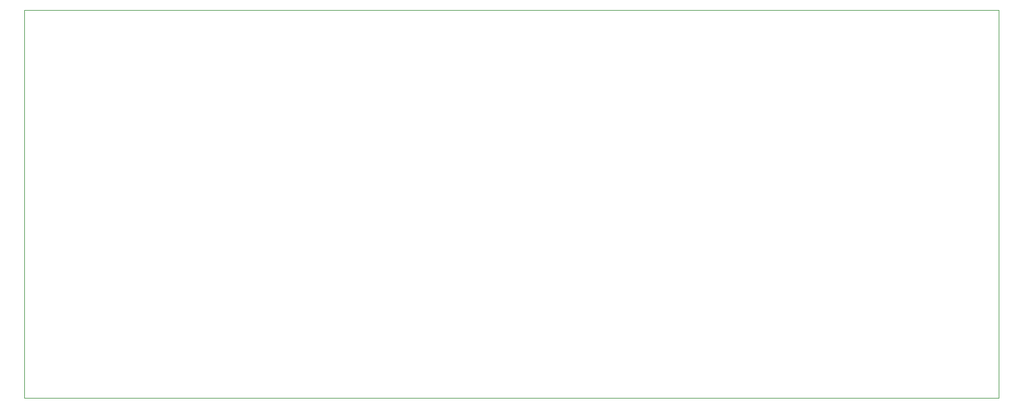
<source format=gbr>
%TF.GenerationSoftware,KiCad,Pcbnew,9.0.0*%
%TF.CreationDate,2025-07-15T20:53:44+01:00*%
%TF.ProjectId,debug,64656275-672e-46b6-9963-61645f706362,rev?*%
%TF.SameCoordinates,Original*%
%TF.FileFunction,Profile,NP*%
%FSLAX46Y46*%
G04 Gerber Fmt 4.6, Leading zero omitted, Abs format (unit mm)*
G04 Created by KiCad (PCBNEW 9.0.0) date 2025-07-15 20:53:44*
%MOMM*%
%LPD*%
G01*
G04 APERTURE LIST*
%TA.AperFunction,Profile*%
%ADD10C,0.050000*%
%TD*%
G04 APERTURE END LIST*
D10*
X52320000Y-76280000D02*
X191520000Y-76280000D01*
X191520000Y-131780000D01*
X52320000Y-131780000D01*
X52320000Y-76280000D01*
M02*

</source>
